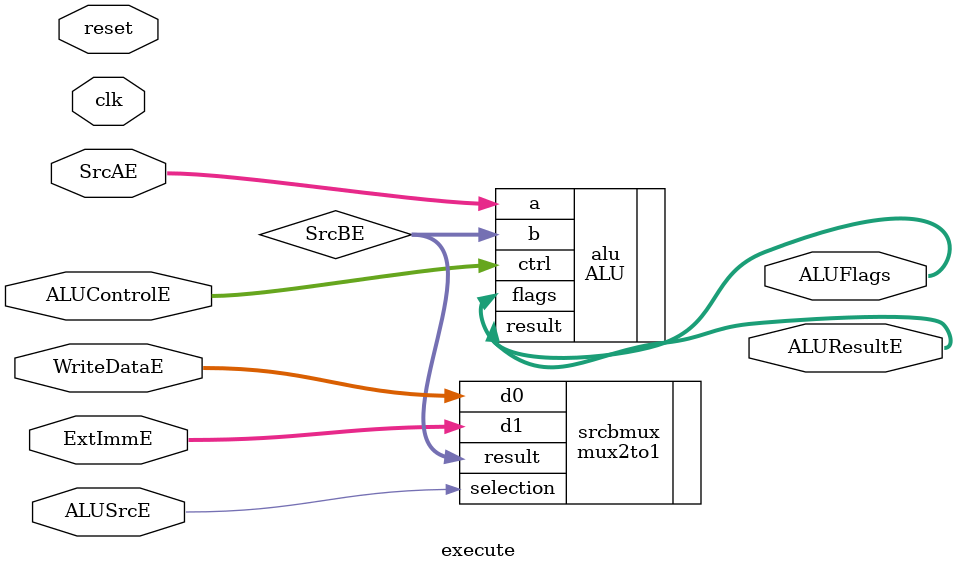
<source format=sv>
module execute #(parameter WIDTH= 8)(
    input logic clk, reset, ALUSrcE,
    input logic [3:0] ALUControlE,
    input logic [WIDTH-1:0] SrcAE, WriteDataE, ExtImmE,
    output logic [WIDTH-1:0] ALUResultE,
    output logic [3:0] ALUFlags
);

    logic [WIDTH-1:0] SrcBE;

    // Src BE Multiplexer
    mux2to1 #(32) srcbmux(.d0(WriteDataE), .d1(ExtImmE),
                         .selection(ALUSrcE), 
                         .result(SrcBE));

    // ALU
    ALU #(32) alu(.a(SrcAE), .b(SrcBE),
                    .ctrl(ALUControlE),
                    .result(ALUResultE),
                    .flags(ALUFlags));


endmodule

</source>
